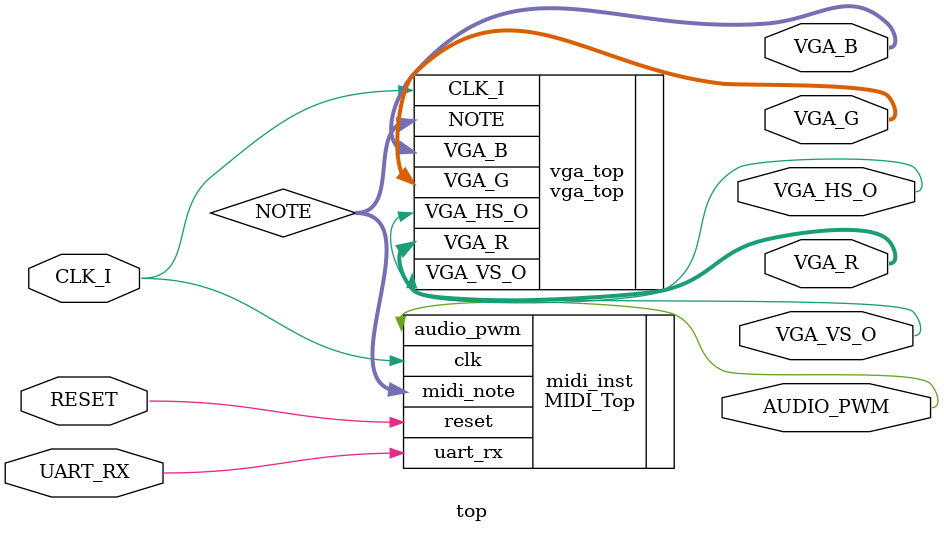
<source format=v>
`timescale 1ns / 1ps

module top (
    input wire CLK_I,                      // 100 MHz clock
    input wire RESET,                      // Active-high reset
    input wire UART_RX,                    // MIDI serial input

    output wire AUDIO_PWM,                 // Audio output

    output wire VGA_HS_O,
    output wire VGA_VS_O,
    output wire [3:0] VGA_R,
    output wire [3:0] VGA_G,
    output wire [3:0] VGA_B
);

    wire [7:0] NOTE;
    
    // Instantiate MIDI_Top (Verilog)
    MIDI_Top midi_inst (
        .clk(CLK_I),
        .reset(RESET),
        .uart_rx(UART_RX),
        .audio_pwm(AUDIO_PWM),
        .midi_note(NOTE)
    );

    // Instantiate VGA top (VHDL black box)
    vga_top vga_top (
        .CLK_I(CLK_I),
        .NOTE(NOTE),
        .VGA_HS_O(VGA_HS_O),
        .VGA_VS_O(VGA_VS_O),
        .VGA_R(VGA_R),
        .VGA_G(VGA_G),
        .VGA_B(VGA_B)
    );

endmodule

</source>
